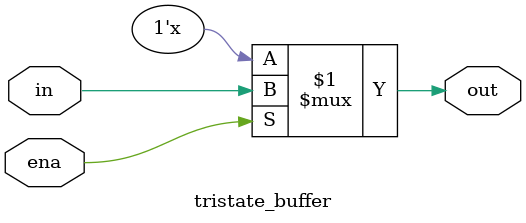
<source format=v>
module tristate_buffer(in, ena, out);

	input in, ena;
	output out;
	assign out = ena ? in : 1'bz;
	
endmodule

</source>
